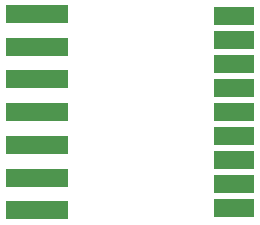
<source format=gbs>
G04 DipTrace 3.3.1.1*
G04 BottomMask.gbs*
%MOIN*%
G04 #@! TF.FileFunction,Soldermask,Bot*
G04 #@! TF.Part,Single*
%ADD34R,0.13288X0.06288*%
%ADD46R,0.20788X0.06238*%
%FSLAX26Y26*%
G04*
G70*
G90*
G75*
G01*
G04 BotMask*
%LPD*%
D46*
X500095Y479396D3*
Y588396D3*
Y697396D3*
Y806396D3*
Y915396D3*
Y1024396D3*
Y1133396D3*
D34*
X1156350Y1126140D3*
Y1046140D3*
Y966140D3*
Y886140D3*
Y806140D3*
Y726140D3*
Y646140D3*
Y566140D3*
Y486140D3*
M02*

</source>
